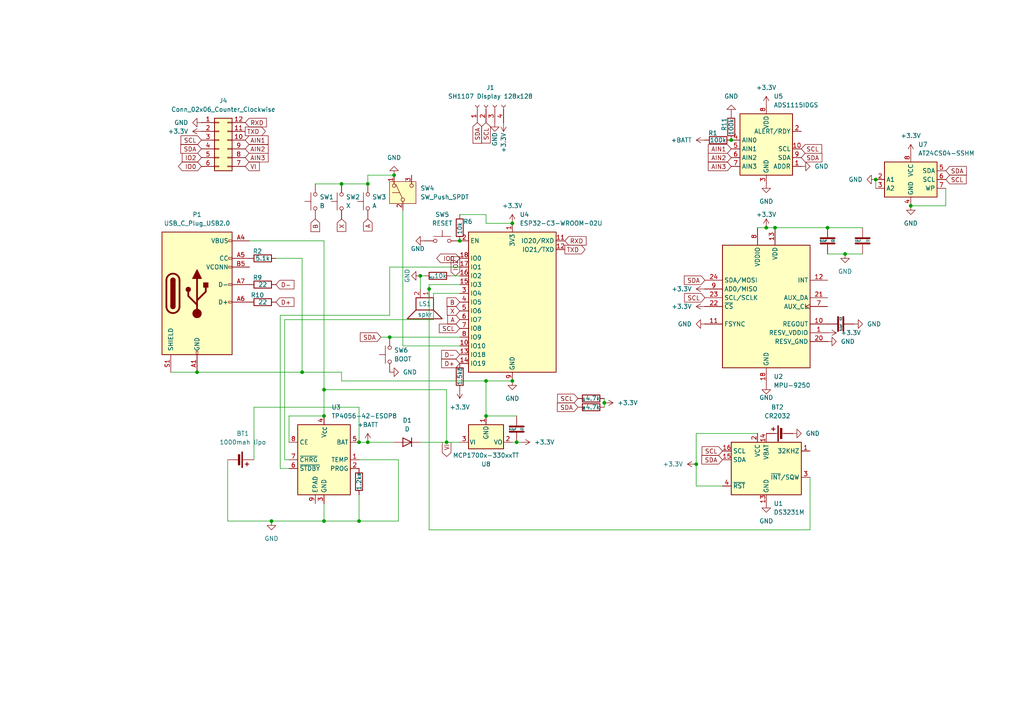
<source format=kicad_sch>
(kicad_sch (version 20250114) (generator "eeschema") (generator_version "9.0")
  (paper "A4")
  (title_block (title "cheetoPet") (rev "0.2") (company "cheeto industries") (comment 1 "an esp32 c3 based feature rich tamagotchi"))
  (lib_symbols
    (symbol "Analog_ADC:ADS1115IDGS"
      (property "Reference" "U" (at 2.54 13.97 0))
      (property "Value" "ADS1115IDGS" (at 7.62 11.43 0))
      (symbol "ADS1115IDGS_0_1"
        (rectangle (start -7.62 10.16) (end 7.62 -7.62) (stroke (width 0.254)) (fill (type background)))
      )
      (symbol "ADS1115IDGS_1_1"
        (pin input line (at -10.16 2.54 0) (length 2.54) (name "AIN0") (number "4"))
        (pin input line (at -10.16 0 0) (length 2.54) (name "AIN1") (number "5"))
        (pin input line (at -10.16 -2.54 0) (length 2.54) (name "AIN2") (number "6"))
        (pin input line (at -10.16 -5.08 0) (length 2.54) (name "AIN3") (number "7"))
        (pin power_in line (at 0 12.7 270) (length 2.54) (name "VDD") (number "8"))
        (pin power_in line (at 0 -10.16 90) (length 2.54) (name "GND") (number "3"))
        (pin output line (at 10.16 5.08 180) (length 2.54) (name "ALERT/RDY") (number "2"))
        (pin input line (at 10.16 0 180) (length 2.54) (name "SCL") (number "10"))
        (pin bidirectional line (at 10.16 -2.54 180) (length 2.54) (name "SDA") (number "9"))
        (pin input line (at 10.16 -5.08 180) (length 2.54) (name "ADDR") (number "1"))
      )
    )
    (symbol "Battery_Management:TP4056-42-ESOP8"
      (property "Reference" "U" (at -6.604 11.684 0))
      (property "Value" "TP4056-42-ESOP8" (at 10.16 11.684 0))
      (symbol "TP4056-42-ESOP8_1_0"
        (pin input line (at -10.16 5.08 0) (length 2.54) (name "CE") (number "8"))
        (pin open_collector line (at -10.16 0 0) (length 2.54) (name "~{CHRG}") (number "7"))
        (pin open_collector line (at -10.16 -2.54 0) (length 2.54) (name "~{STDBY}") (number "6"))
        (pin passive line (at -2.54 -12.7 90) (length 2.54) (name "EPAD") (number "9"))
        (pin power_in line (at 0 12.7 270) (length 2.54) (name "V_{CC}") (number "4"))
        (pin power_in line (at 0 -12.7 90) (length 2.54) (name "GND") (number "3"))
        (pin power_out line (at 10.16 5.08 180) (length 2.54) (name "BAT") (number "5"))
        (pin input line (at 10.16 0 180) (length 2.54) (name "TEMP") (number "1"))
        (pin passive line (at 10.16 -2.54 180) (length 2.54) (name "PROG") (number "2"))
      )
      (symbol "TP4056-42-ESOP8_1_1"
        (rectangle (start -7.62 10.16) (end 7.62 -10.16) (stroke (width 0.254)) (fill (type background)))
      )
    )
    (symbol "Connector:Conn_01x04_Socket" (pin_names (offset 1.016) (hide yes))
      (property "Reference" "J" (at 0 5.08 0))
      (property "Value" "Conn_01x04_Socket" (at 0 -7.62 0))
      (symbol "Conn_01x04_Socket_1_1"
        (polyline (pts (xy -1.27 2.54) (xy -0.508 2.54)) (stroke (width 0.1524)))
        (polyline (pts (xy -1.27 0) (xy -0.508 0)) (stroke (width 0.1524)))
        (polyline (pts (xy -1.27 -2.54) (xy -0.508 -2.54)) (stroke (width 0.1524)))
        (polyline (pts (xy -1.27 -5.08) (xy -0.508 -5.08)) (stroke (width 0.1524)))
        (arc (start 0 2.032) (mid -0.5058 2.54) (end 0 3.048) (stroke (width 0.1524)))
        (arc (start 0 -0.508) (mid -0.5058 0) (end 0 0.508) (stroke (width 0.1524)))
        (arc (start 0 -3.048) (mid -0.5058 -2.54) (end 0 -2.032) (stroke (width 0.1524)))
        (arc (start 0 -5.588) (mid -0.5058 -5.08) (end 0 -4.572) (stroke (width 0.1524)))
        (pin passive line (at -5.08 2.54 0) (length 3.81) (name "Pin_1") (number "1"))
        (pin passive line (at -5.08 0 0) (length 3.81) (name "Pin_2") (number "2"))
        (pin passive line (at -5.08 -2.54 0) (length 3.81) (name "Pin_3") (number "3"))
        (pin passive line (at -5.08 -5.08 0) (length 3.81) (name "Pin_4") (number "4"))
      )
    )
    (symbol "Connector:USB_C_Plug_USB2.0" (pin_names (offset 1.016))
      (property "Reference" "P" (at -10.16 19.05 0))
      (property "Value" "USB_C_Plug_USB2.0" (at 12.7 19.05 0))
      (symbol "USB_C_Plug_USB2.0_0_0"
        (rectangle (start -0.254 -17.78) (end 0.254 -16.764))
        (rectangle (start 10.16 15.494) (end 9.144 14.986))
        (rectangle (start 10.16 10.414) (end 9.144 9.906))
        (rectangle (start 10.16 7.874) (end 9.144 7.366))
        (rectangle (start 10.16 2.794) (end 9.144 2.286))
        (rectangle (start 10.16 -2.286) (end 9.144 -2.794))
      )
      (symbol "USB_C_Plug_USB2.0_0_1"
        (rectangle (start -10.16 17.78) (end 10.16 -17.78) (stroke (width 0.254)) (fill (type background)))
        (polyline (pts (xy -8.89 -3.81) (xy -8.89 3.81)) (stroke (width 0.508)))
        (rectangle (start -7.62 -3.81) (end -6.35 3.81) (stroke (width 0.254)) (fill (type outline)))
        (arc (start -7.62 3.81) (mid -6.985 4.4423) (end -6.35 3.81) (stroke (width 0.254)))
        (arc (start -7.62 3.81) (mid -6.985 4.4423) (end -6.35 3.81) (stroke (width 0.254)) (fill (type outline)))
        (arc (start -8.89 3.81) (mid -6.985 5.7067) (end -5.08 3.81) (stroke (width 0.508)))
        (arc (start -5.08 -3.81) (mid -6.985 -5.7067) (end -8.89 -3.81) (stroke (width 0.508)))
        (arc (start -6.35 -3.81) (mid -6.985 -4.4423) (end -7.62 -3.81) (stroke (width 0.254)))
        (arc (start -6.35 -3.81) (mid -6.985 -4.4423) (end -7.62 -3.81) (stroke (width 0.254)) (fill (type outline)))
        (polyline (pts (xy -5.08 3.81) (xy -5.08 -3.81)) (stroke (width 0.508)))
        (circle (center -2.54 1.143) (radius 0.635) (stroke (width 0.254)) (fill (type outline)))
        (polyline (pts (xy -1.27 4.318) (xy 0 6.858) (xy 1.27 4.318) (xy -1.27 4.318)) (stroke (width 0.254)) (fill (type outline)))
        (polyline (pts (xy 0 -2.032) (xy 2.54 0.508) (xy 2.54 1.778)) (stroke (width 0.508)))
        (polyline (pts (xy 0 -3.302) (xy -2.54 -0.762) (xy -2.54 0.508)) (stroke (width 0.508)))
        (polyline (pts (xy 0 -5.842) (xy 0 4.318)) (stroke (width 0.508)))
        (circle (center 0 -5.842) (radius 1.27) (fill (type outline)))
        (rectangle (start 1.905 1.778) (end 3.175 3.048) (stroke (width 0.254)) (fill (type outline)))
      )
      (symbol "USB_C_Plug_USB2.0_1_1"
        (pin passive line (at -7.62 -22.86 90) (length 5.08) (name "SHIELD") (number "S1"))
        (pin passive line (at 0 -22.86 90) (length 5.08) (name "GND") (number "A1"))
        (pin passive line (at 0 -22.86 90) (length 5.08) (hide yes) (name "GND") (number "A12"))
        (pin passive line (at 0 -22.86 90) (length 5.08) (hide yes) (name "GND") (number "B1"))
        (pin passive line (at 0 -22.86 90) (length 5.08) (hide yes) (name "GND") (number "B12"))
        (pin passive line (at 15.24 15.24 180) (length 5.08) (name "VBUS") (number "A4"))
        (pin passive line (at 15.24 15.24 180) (length 5.08) (hide yes) (name "VBUS") (number "A9"))
        (pin passive line (at 15.24 15.24 180) (length 5.08) (hide yes) (name "VBUS") (number "B4"))
        (pin passive line (at 15.24 15.24 180) (length 5.08) (hide yes) (name "VBUS") (number "B9"))
        (pin bidirectional line (at 15.24 10.16 180) (length 5.08) (name "CC") (number "A5"))
        (pin bidirectional line (at 15.24 7.62 180) (length 5.08) (name "VCONN") (number "B5"))
        (pin bidirectional line (at 15.24 2.54 180) (length 5.08) (name "D-") (number "A7"))
        (pin bidirectional line (at 15.24 -2.54 180) (length 5.08) (name "D+") (number "A6"))
      )
    )
    (symbol "Connector_Generic:Conn_02x06_Counter_Clockwise" (pin_names (offset 1.016) (hide yes))
      (property "Reference" "J" (at 1.27 7.62 0))
      (property "Value" "Conn_02x06_Counter_Clockwise" (at 1.27 -10.16 0))
      (symbol "Conn_02x06_Counter_Clockwise_1_1"
        (rectangle (start -1.27 6.35) (end 3.81 -8.89) (stroke (width 0.254)) (fill (type background)))
        (rectangle (start -1.27 5.207) (end 0 4.953) (stroke (width 0.1524)))
        (rectangle (start -1.27 2.667) (end 0 2.413) (stroke (width 0.1524)))
        (rectangle (start -1.27 0.127) (end 0 -0.127) (stroke (width 0.1524)))
        (rectangle (start -1.27 -2.413) (end 0 -2.667) (stroke (width 0.1524)))
        (rectangle (start -1.27 -4.953) (end 0 -5.207) (stroke (width 0.1524)))
        (rectangle (start -1.27 -7.493) (end 0 -7.747) (stroke (width 0.1524)))
        (rectangle (start 3.81 5.207) (end 2.54 4.953) (stroke (width 0.1524)))
        (rectangle (start 3.81 2.667) (end 2.54 2.413) (stroke (width 0.1524)))
        (rectangle (start 3.81 0.127) (end 2.54 -0.127) (stroke (width 0.1524)))
        (rectangle (start 3.81 -2.413) (end 2.54 -2.667) (stroke (width 0.1524)))
        (rectangle (start 3.81 -4.953) (end 2.54 -5.207) (stroke (width 0.1524)))
        (rectangle (start 3.81 -7.493) (end 2.54 -7.747) (stroke (width 0.1524)))
        (pin passive line (at -5.08 5.08 0) (length 3.81) (name "Pin_1") (number "1"))
        (pin passive line (at -5.08 2.54 0) (length 3.81) (name "Pin_2") (number "2"))
        (pin passive line (at -5.08 0 0) (length 3.81) (name "Pin_3") (number "3"))
        (pin passive line (at -5.08 -2.54 0) (length 3.81) (name "Pin_4") (number "4"))
        (pin passive line (at -5.08 -5.08 0) (length 3.81) (name "Pin_5") (number "5"))
        (pin passive line (at -5.08 -7.62 0) (length 3.81) (name "Pin_6") (number "6"))
        (pin passive line (at 7.62 5.08 180) (length 3.81) (name "Pin_12") (number "12"))
        (pin passive line (at 7.62 2.54 180) (length 3.81) (name "Pin_11") (number "11"))
        (pin passive line (at 7.62 0 180) (length 3.81) (name "Pin_10") (number "10"))
        (pin passive line (at 7.62 -2.54 180) (length 3.81) (name "Pin_9") (number "9"))
        (pin passive line (at 7.62 -5.08 180) (length 3.81) (name "Pin_8") (number "8"))
        (pin passive line (at 7.62 -7.62 180) (length 3.81) (name "Pin_7") (number "7"))
      )
    )
    (symbol "Device:Battery_Cell" (pin_numbers (hide yes)) (pin_names (offset 0) (hide yes))
      (property "Reference" "BT" (at 2.54 2.54 0))
      (property "Value" "Battery_Cell" (at 2.54 0 0))
      (symbol "Battery_Cell_0_1"
        (rectangle (start -2.286 1.778) (end 2.286 1.524) (fill (type outline)))
        (rectangle (start -1.524 1.016) (end 1.524 0.508) (fill (type outline)))
        (polyline (pts (xy 0 1.778) (xy 0 2.54)))
        (polyline (pts (xy 0 0.762) (xy 0 0)))
        (polyline (pts (xy 0.762 3.048) (xy 1.778 3.048)) (stroke (width 0.254)))
        (polyline (pts (xy 1.27 3.556) (xy 1.27 2.54)) (stroke (width 0.254)))
      )
      (symbol "Battery_Cell_1_1"
        (pin passive line (at 0 5.08 270) (length 2.54) (name "+") (number "1"))
        (pin passive line (at 0 -2.54 90) (length 2.54) (name "-") (number "2"))
      )
    )
    (symbol "Device:C" (pin_numbers (hide yes)) (pin_names (offset 0.254))
      (property "Reference" "C" (at 0.635 2.54 0))
      (property "Value" "C" (at 0.635 -2.54 0))
      (symbol "C_0_1"
        (polyline (pts (xy -2.032 0.762) (xy 2.032 0.762)) (stroke (width 0.508)))
        (polyline (pts (xy -2.032 -0.762) (xy 2.032 -0.762)) (stroke (width 0.508)))
      )
      (symbol "C_1_1"
        (pin passive line (at 0 3.81 270) (length 2.794) (name "~") (number "1"))
        (pin passive line (at 0 -3.81 90) (length 2.794) (name "~") (number "2"))
      )
    )
    (symbol "Device:D" (pin_numbers (hide yes)) (pin_names (offset 1.016) (hide yes))
      (property "Reference" "D" (at 0 2.54 0))
      (property "Value" "D" (at 0 -2.54 0))
      (symbol "D_0_1"
        (polyline (pts (xy -1.27 1.27) (xy -1.27 -1.27)) (stroke (width 0.254)))
        (polyline (pts (xy 1.27 1.27) (xy 1.27 -1.27) (xy -1.27 0) (xy 1.27 1.27)) (stroke (width 0.254)))
        (polyline (pts (xy 1.27 0) (xy -1.27 0)))
      )
      (symbol "D_1_1"
        (pin passive line (at -3.81 0 0) (length 2.54) (name "K") (number "1"))
        (pin passive line (at 3.81 0 180) (length 2.54) (name "A") (number "2"))
      )
    )
    (symbol "Device:R" (pin_numbers (hide yes)) (pin_names (offset 0))
      (property "Reference" "R" (at 2.032 0 90))
      (property "Value" "R" (at 0 0 90))
      (symbol "R_0_1"
        (rectangle (start -1.016 -2.54) (end 1.016 2.54) (stroke (width 0.254)))
      )
      (symbol "R_1_1"
        (pin passive line (at 0 3.81 270) (length 1.27) (name "~") (number "1"))
        (pin passive line (at 0 -3.81 90) (length 1.27) (name "~") (number "2"))
      )
    )
    (symbol "Device:Speaker" (pin_names (offset 0) (hide yes))
      (property "Reference" "LS" (at 1.27 5.715 0))
      (property "Value" "Speaker" (at 1.27 3.81 0))
      (symbol "Speaker_0_0"
        (rectangle (start -2.54 1.27) (end 1.016 -3.81) (stroke (width 0.254)))
        (polyline (pts (xy 1.016 1.27) (xy 3.556 3.81) (xy 3.556 -6.35) (xy 1.016 -3.81)) (stroke (width 0.254)))
      )
      (symbol "Speaker_1_1"
        (pin input line (at -5.08 0 0) (length 2.54) (name "1") (number "1"))
        (pin input line (at -5.08 -2.54 0) (length 2.54) (name "2") (number "2"))
      )
    )
    (symbol "Memory_EEPROM:AT24CS04-SSHM"
      (property "Reference" "U" (at -7.62 6.35 0))
      (property "Value" "AT24CS04-SSHM" (at 2.54 -6.35 0))
      (symbol "AT24CS04-SSHM_1_1"
        (rectangle (start -7.62 5.08) (end 7.62 -5.08) (stroke (width 0.254)) (fill (type background)))
        (pin input line (at -10.16 0 0) (length 2.54) (name "A1") (number "2"))
        (pin input line (at -10.16 -2.54 0) (length 2.54) (name "A2") (number "3"))
        (pin no_connect line (at -7.62 2.54 0) (length 2.54) (hide yes) (name "NC") (number "1"))
        (pin power_in line (at 0 7.62 270) (length 2.54) (name "VCC") (number "8"))
        (pin power_in line (at 0 -7.62 90) (length 2.54) (name "GND") (number "4"))
        (pin bidirectional line (at 10.16 2.54 180) (length 2.54) (name "SDA") (number "5"))
        (pin input line (at 10.16 0 180) (length 2.54) (name "SCL") (number "6"))
        (pin input line (at 10.16 -2.54 180) (length 2.54) (name "WP") (number "7"))
      )
    )
    (symbol "RF_Module:ESP32-C3-WROOM-02U"
      (property "Reference" "U" (at -12.192 21.336 0))
      (property "Value" "ESP32-C3-WROOM-02U" (at 12.7 21.336 0))
      (symbol "ESP32-C3-WROOM-02U_1_1"
        (rectangle (start -12.7 20.32) (end 12.7 -20.32) (stroke (width 0.254)) (fill (type background)))
        (pin input line (at -15.24 17.78 0) (length 2.54) (name "EN") (number "2"))
        (pin bidirectional line (at -15.24 12.7 0) (length 2.54) (name "IO0") (number "18"))
        (pin bidirectional line (at -15.24 10.16 0) (length 2.54) (name "IO1") (number "17"))
        (pin bidirectional line (at -15.24 7.62 0) (length 2.54) (name "IO2") (number "16"))
        (pin bidirectional line (at -15.24 5.08 0) (length 2.54) (name "IO3") (number "15"))
        (pin bidirectional line (at -15.24 2.54 0) (length 2.54) (name "IO4") (number "3"))
        (pin bidirectional line (at -15.24 0 0) (length 2.54) (name "IO5") (number "4"))
        (pin bidirectional line (at -15.24 -2.54 0) (length 2.54) (name "IO6") (number "5"))
        (pin bidirectional line (at -15.24 -5.08 0) (length 2.54) (name "IO7") (number "6"))
        (pin bidirectional line (at -15.24 -7.62 0) (length 2.54) (name "IO8") (number "7"))
        (pin bidirectional line (at -15.24 -10.16 0) (length 2.54) (name "IO9") (number "8"))
        (pin bidirectional line (at -15.24 -12.7 0) (length 2.54) (name "IO10") (number "10"))
        (pin bidirectional line (at -15.24 -15.24 0) (length 2.54) (name "IO18") (number "13"))
        (pin bidirectional line (at -15.24 -17.78 0) (length 2.54) (name "IO19") (number "14"))
        (pin power_in line (at 0 22.86 270) (length 2.54) (name "3V3") (number "1"))
        (pin passive line (at 0 -22.86 90) (length 2.54) (hide yes) (name "GND") (number "19"))
        (pin power_in line (at 0 -22.86 90) (length 2.54) (name "GND") (number "9"))
        (pin bidirectional line (at 15.24 17.78 180) (length 2.54) (name "IO20/RXD") (number "11"))
        (pin bidirectional line (at 15.24 15.24 180) (length 2.54) (name "IO21/TXD") (number "12"))
      )
    )
    (symbol "Regulator_Linear:MCP1700x-330xxTT" (pin_names (offset 0.254))
      (property "Reference" "U" (at -3.81 3.175 0))
      (property "Value" "MCP1700x-330xxTT" (at 0 3.175 0))
      (symbol "MCP1700x-330xxTT_0_1"
        (rectangle (start -5.08 1.905) (end 5.08 -5.08) (stroke (width 0.254)) (fill (type background)))
      )
      (symbol "MCP1700x-330xxTT_1_1"
        (pin power_in line (at -7.62 0 0) (length 2.54) (name "VI") (number "3"))
        (pin power_in line (at 0 -7.62 90) (length 2.54) (name "GND") (number "1"))
        (pin power_out line (at 7.62 0 180) (length 2.54) (name "VO") (number "2"))
      )
    )
    (symbol "Sensor_Motion:MPU-9250"
      (property "Reference" "U" (at -11.43 19.05 0))
      (property "Value" "MPU-9250" (at 7.62 -19.05 0))
      (symbol "MPU-9250_0_1"
        (rectangle (start -12.7 17.78) (end 12.7 -17.78) (stroke (width 0.254)) (fill (type background)))
      )
      (symbol "MPU-9250_1_1"
        (pin bidirectional line (at -17.78 7.62 0) (length 5.08) (name "SDA/MOSI") (number "24"))
        (pin bidirectional line (at -17.78 5.08 0) (length 5.08) (name "AD0/MISO") (number "9"))
        (pin input line (at -17.78 2.54 0) (length 5.08) (name "SCL/SCLK") (number "23"))
        (pin input line (at -17.78 0 0) (length 5.08) (name "~{CS}") (number "22"))
        (pin input line (at -17.78 -5.08 0) (length 5.08) (name "FSYNC") (number "11"))
        (pin power_in line (at -2.54 22.86 270) (length 5.08) (name "VDDIO") (number "8"))
        (pin power_in line (at 0 -22.86 90) (length 5.08) (name "GND") (number "18"))
        (pin power_in line (at 2.54 22.86 270) (length 5.08) (name "VDD") (number "13"))
        (pin output line (at 17.78 7.62 180) (length 5.08) (name "INT") (number "12"))
        (pin bidirectional line (at 17.78 2.54 180) (length 5.08) (name "AUX_DA") (number "21"))
        (pin output clock (at 17.78 0 180) (length 5.08) (name "AUX_CL") (number "7"))
        (pin passive line (at 17.78 -5.08 180) (length 5.08) (name "REGOUT") (number "10"))
        (pin input line (at 17.78 -7.62 180) (length 5.08) (name "RESV_VDDIO") (number "1"))
        (pin power_in line (at 17.78 -10.16 180) (length 5.08) (name "RESV_GND") (number "20"))
      )
    )
    (symbol "Switch:SW_Push" (pin_numbers (hide yes)) (pin_names (offset 1.016) (hide yes))
      (property "Reference" "SW" (at 1.27 2.54 0))
      (property "Value" "SW_Push" (at 0 -1.524 0))
      (symbol "SW_Push_0_1"
        (circle (center -2.032 0) (radius 0.508))
        (polyline (pts (xy 0 1.27) (xy 0 3.048)))
        (circle (center 2.032 0) (radius 0.508))
        (polyline (pts (xy 2.54 1.27) (xy -2.54 1.27)))
        (pin passive line (at -5.08 0 0) (length 2.54) (name "1") (number "1"))
        (pin passive line (at 5.08 0 180) (length 2.54) (name "2") (number "2"))
      )
    )
    (symbol "Switch:SW_Push_SPDT" (pin_names (offset 0) (hide yes))
      (property "Reference" "SW" (at 0 5.08 0))
      (property "Value" "SW_Push_SPDT" (at 0 -5.08 0))
      (symbol "SW_Push_SPDT_0_0"
        (circle (center -2.032 0) (radius 0.508))
        (polyline (pts (xy 0 1.016) (xy 0 3.048)))
        (circle (center 2.032 -2.54) (radius 0.508))
      )
      (symbol "SW_Push_SPDT_0_1"
        (polyline (pts (xy -1.524 0.2032) (xy 2.3368 1.9812)))
        (circle (center 2.032 2.54) (radius 0.508))
      )
      (symbol "SW_Push_SPDT_1_1"
        (rectangle (start -3.175 3.81) (end 3.175 -3.81) (fill (type background)))
        (pin passive line (at -5.08 0 0) (length 2.54) (name "B") (number "2"))
        (pin passive line (at 5.08 2.54 180) (length 2.54) (name "A") (number "1"))
        (pin passive line (at 5.08 -2.54 180) (length 2.54) (name "C") (number "3"))
      )
    )
    (symbol "Timer_RTC:DS3231M"
      (property "Reference" "U" (at -7.62 8.89 0))
      (property "Value" "DS3231M" (at 10.16 8.89 0))
      (symbol "DS3231M_0_1"
        (rectangle (start -10.16 7.62) (end 10.16 -7.62) (stroke (width 0.254)) (fill (type background)))
      )
      (symbol "DS3231M_1_1"
        (pin input line (at -12.7 5.08 0) (length 2.54) (name "SCL") (number "16"))
        (pin bidirectional line (at -12.7 2.54 0) (length 2.54) (name "SDA") (number "15"))
        (pin bidirectional line (at -12.7 -5.08 0) (length 2.54) (name "~{RST}") (number "4"))
        (pin power_in line (at -2.54 10.16 270) (length 2.54) (name "VCC") (number "2"))
        (pin power_in line (at 0 10.16 270) (length 2.54) (name "VBAT") (number "14"))
        (pin passive line (at 0 -10.16 90) (length 2.54) (hide yes) (name "GND") (number "10"))
        (pin passive line (at 0 -10.16 90) (length 2.54) (hide yes) (name "GND") (number "11"))
        (pin passive line (at 0 -10.16 90) (length 2.54) (hide yes) (name "GND") (number "12"))
        (pin power_in line (at 0 -10.16 90) (length 2.54) (name "GND") (number "13"))
        (pin passive line (at 0 -10.16 90) (length 2.54) (hide yes) (name "GND") (number "5"))
        (pin passive line (at 0 -10.16 90) (length 2.54) (hide yes) (name "GND") (number "6"))
        (pin passive line (at 0 -10.16 90) (length 2.54) (hide yes) (name "GND") (number "7"))
        (pin passive line (at 0 -10.16 90) (length 2.54) (hide yes) (name "GND") (number "8"))
        (pin passive line (at 0 -10.16 90) (length 2.54) (hide yes) (name "GND") (number "9"))
        (pin open_collector line (at 12.7 5.08 180) (length 2.54) (name "32KHZ") (number "1"))
        (pin open_collector line (at 12.7 -2.54 180) (length 2.54) (name "~{INT}/SQW") (number "3"))
      )
    )
    (symbol "power:+3.3V" (power) (pin_numbers (hide yes)) (pin_names (offset 0) (hide yes))
      (property "Value" "+3.3V" (at 0 3.556 0))
      (symbol "+3.3V_0_1"
        (polyline (pts (xy -0.762 1.27) (xy 0 2.54)))
        (polyline (pts (xy 0 2.54) (xy 0.762 1.27)))
        (polyline (pts (xy 0 0) (xy 0 2.54)))
      )
      (symbol "+3.3V_1_1"
        (pin power_in line (at 0 0 90) (length 0) (name "~") (number "1"))
      )
    )
    (symbol "power:+BATT" (power) (pin_numbers (hide yes)) (pin_names (offset 0) (hide yes))
      (property "Value" "+BATT" (at 0 3.556 0))
      (symbol "+BATT_0_1"
        (polyline (pts (xy -0.762 1.27) (xy 0 2.54)))
        (polyline (pts (xy 0 2.54) (xy 0.762 1.27)))
        (polyline (pts (xy 0 0) (xy 0 2.54)))
      )
      (symbol "+BATT_1_1"
        (pin power_in line (at 0 0 90) (length 0) (name "~") (number "1"))
      )
    )
    (symbol "power:GND" (power) (pin_numbers (hide yes)) (pin_names (offset 0) (hide yes))
      (property "Value" "GND" (at 0 -3.81 0))
      (symbol "GND_0_1"
        (polyline (pts (xy 0 0) (xy 0 -1.27) (xy 1.27 -1.27) (xy 0 -2.54) (xy -1.27 -1.27) (xy 0 -1.27)))
      )
      (symbol "GND_1_1"
        (pin power_in line (at 0 0 270) (length 0) (name "~") (number "1"))
      )
    )
  )
  (junction (at 201.93 134.62))
  (junction (at 87.63 107.95))
  (junction (at 106.68 53.34))
  (junction (at 57.15 107.95))
  (junction (at 224.79 66.04))
  (junction (at 78.74 151.13))
  (junction (at 104.14 128.27))
  (junction (at 240.03 66.04))
  (junction (at 106.68 128.27))
  (junction (at 140.97 120.65))
  (junction (at 114.3 50.8))
  (junction (at 133.35 69.85))
  (junction (at 121.92 80.01))
  (junction (at 245.11 73.66))
  (junction (at 93.98 120.65))
  (junction (at 222.25 66.04))
  (junction (at 149.86 128.27))
  (junction (at 129.54 128.27))
  (junction (at 254 52.07))
  (junction (at 175.26 116.84))
  (junction (at 99.06 53.34))
  (junction (at 140.97 110.49))
  (junction (at 264.16 59.69))
  (junction (at 148.59 64.77))
  (junction (at 93.98 113.03))
  (junction (at 148.59 110.49))
  (junction (at 104.14 151.13))
  (junction (at 113.03 97.79))
  (junction (at 93.98 151.13))
  (junction (at 124.46 83.82))
  (junction (at 212.09 40.64))
  (wire (pts (xy 149.86 128.27) (xy 148.59 128.27)))
  (wire (pts (xy 83.82 133.35) (xy 82.55 133.35)))
  (wire (pts (xy 104.14 143.51) (xy 104.14 151.13)))
  (wire (pts (xy 99.06 53.34) (xy 106.68 53.34)))
  (wire (pts (xy 116.84 100.33) (xy 133.35 100.33)))
  (wire (pts (xy 121.92 80.01) (xy 123.19 80.01)))
  (wire (pts (xy 99.06 110.49) (xy 140.97 110.49)))
  (wire (pts (xy 151.13 128.27) (xy 149.86 128.27)))
  (wire (pts (xy 124.46 82.55) (xy 133.35 82.55)))
  (wire (pts (xy 124.46 83.82) (xy 124.46 82.55)))
  (wire (pts (xy 81.28 135.89) (xy 83.82 135.89)))
  (wire (pts (xy 81.28 91.44) (xy 113.03 91.44)))
  (wire (pts (xy 113.03 91.44) (xy 113.03 77.47)))
  (wire (pts (xy 254 52.07) (xy 254 54.61)))
  (wire (pts (xy 140.97 110.49) (xy 140.97 120.65)))
  (wire (pts (xy 113.03 77.47) (xy 133.35 77.47)))
  (wire (pts (xy 240.03 66.04) (xy 250.19 66.04)))
  (wire (pts (xy 234.95 153.67) (xy 124.46 153.67)))
  (wire (pts (xy 73.66 118.11) (xy 104.14 118.11)))
  (wire (pts (xy 49.53 107.95) (xy 57.15 107.95)))
  (wire (pts (xy 110.49 97.79) (xy 113.03 97.79)))
  (wire (pts (xy 201.93 140.97) (xy 201.93 134.62)))
  (wire (pts (xy 87.63 74.93) (xy 87.63 107.95)))
  (wire (pts (xy 87.63 107.95) (xy 99.06 107.95)))
  (wire (pts (xy 82.55 92.71) (xy 125.73 92.71)))
  (wire (pts (xy 245.11 73.66) (xy 250.19 73.66)))
  (wire (pts (xy 93.98 151.13) (xy 93.98 146.05)))
  (wire (pts (xy 104.14 133.35) (xy 115.57 133.35)))
  (wire (pts (xy 140.97 62.23) (xy 140.97 64.77)))
  (wire (pts (xy 219.71 66.04) (xy 222.25 66.04)))
  (wire (pts (xy 240.03 73.66) (xy 245.11 73.66)))
  (wire (pts (xy 73.66 133.35) (xy 73.66 118.11)))
  (wire (pts (xy 222.25 66.04) (xy 224.79 66.04)))
  (wire (pts (xy 78.74 151.13) (xy 93.98 151.13)))
  (wire (pts (xy 121.92 128.27) (xy 129.54 128.27)))
  (wire (pts (xy 106.68 128.27) (xy 114.3 128.27)))
  (wire (pts (xy 104.14 151.13) (xy 93.98 151.13)))
  (wire (pts (xy 133.35 85.09) (xy 125.73 85.09)))
  (wire (pts (xy 129.54 113.03) (xy 129.54 128.27)))
  (wire (pts (xy 121.92 80.01) (xy 121.92 83.82)))
  (wire (pts (xy 133.35 62.23) (xy 140.97 62.23)))
  (wire (pts (xy 93.98 113.03) (xy 93.98 120.65)))
  (wire (pts (xy 175.26 116.84) (xy 175.26 118.11)))
  (wire (pts (xy 234.95 138.43) (xy 234.95 153.67)))
  (wire (pts (xy 129.54 128.27) (xy 133.35 128.27)))
  (wire (pts (xy 106.68 50.8) (xy 114.3 50.8)))
  (wire (pts (xy 140.97 110.49) (xy 148.59 110.49)))
  (wire (pts (xy 80.01 74.93) (xy 87.63 74.93)))
  (wire (pts (xy 83.82 128.27) (xy 83.82 120.65)))
  (wire (pts (xy 115.57 151.13) (xy 104.14 151.13)))
  (wire (pts (xy 106.68 53.34) (xy 106.68 50.8)))
  (wire (pts (xy 93.98 69.85) (xy 93.98 113.03)))
  (wire (pts (xy 116.84 60.96) (xy 116.84 100.33)))
  (wire (pts (xy 83.82 120.65) (xy 93.98 120.65)))
  (wire (pts (xy 125.73 85.09) (xy 125.73 92.71)))
  (wire (pts (xy 209.55 140.97) (xy 201.93 140.97)))
  (wire (pts (xy 57.15 107.95) (xy 87.63 107.95)))
  (wire (pts (xy 274.32 54.61) (xy 274.32 59.69)))
  (wire (pts (xy 104.14 128.27) (xy 106.68 128.27)))
  (wire (pts (xy 224.79 66.04) (xy 240.03 66.04)))
  (wire (pts (xy 93.98 69.85) (xy 72.39 69.85)))
  (wire (pts (xy 99.06 107.95) (xy 99.06 110.49)))
  (wire (pts (xy 82.55 133.35) (xy 82.55 92.71)))
  (wire (pts (xy 274.32 59.69) (xy 264.16 59.69)))
  (wire (pts (xy 140.97 64.77) (xy 148.59 64.77)))
  (wire (pts (xy 93.98 113.03) (xy 129.54 113.03)))
  (wire (pts (xy 66.04 133.35) (xy 66.04 151.13)))
  (wire (pts (xy 124.46 153.67) (xy 124.46 83.82)))
  (wire (pts (xy 175.26 115.57) (xy 175.26 116.84)))
  (wire (pts (xy 140.97 120.65) (xy 149.86 120.65)))
  (wire (pts (xy 66.04 151.13) (xy 78.74 151.13)))
  (wire (pts (xy 115.57 133.35) (xy 115.57 151.13)))
  (wire (pts (xy 91.44 53.34) (xy 99.06 53.34)))
  (wire (pts (xy 201.93 134.62) (xy 201.93 125.73)))
  (wire (pts (xy 104.14 118.11) (xy 104.14 128.27)))
  (wire (pts (xy 130.81 80.01) (xy 133.35 80.01)))
  (wire (pts (xy 201.93 125.73) (xy 219.71 125.73)))
  (wire (pts (xy 81.28 135.89) (xy 81.28 91.44)))
  (wire (pts (xy 113.03 97.79) (xy 133.35 97.79)))
  (global_label "AIN3" (shape input) (at 212.09 48.26 180) (property "Intersheetrefs" "${INTERSHEET_REFS}" (effects (hide yes))))
  (global_label "A" (shape input) (at 106.68 63.5 270) (property "Intersheetrefs" "${INTERSHEET_REFS}" (effects (hide yes))))
  (global_label "SCL" (shape input) (at 204.47 86.36 180) (property "Intersheetrefs" "${INTERSHEET_REFS}" (effects (hide yes))))
  (global_label "AIN1" (shape input) (at 212.09 43.18 180) (property "Intersheetrefs" "${INTERSHEET_REFS}" (effects (hide yes))))
  (global_label "VI" (shape output) (at 129.54 128.27 270) (property "Intersheetrefs" "${INTERSHEET_REFS}" (effects (hide yes))))
  (global_label "SCL" (shape input) (at 274.32 52.07 0) (property "Intersheetrefs" "${INTERSHEET_REFS}" (effects (hide yes))))
  (global_label "IO2" (shape input) (at 58.42 45.72 180) (property "Intersheetrefs" "${INTERSHEET_REFS}" (effects (hide yes))))
  (global_label "SCL" (shape input) (at 232.41 43.18 0) (property "Intersheetrefs" "${INTERSHEET_REFS}" (effects (hide yes))))
  (global_label "SCL" (shape input) (at 209.55 130.81 180) (property "Intersheetrefs" "${INTERSHEET_REFS}" (effects (hide yes))))
  (global_label "TXD" (shape output) (at 163.83 72.39 0) (property "Intersheetrefs" "${INTERSHEET_REFS}" (effects (hide yes))))
  (global_label "AIN2" (shape input) (at 212.09 45.72 180) (property "Intersheetrefs" "${INTERSHEET_REFS}" (effects (hide yes))))
  (global_label "AIN2" (shape input) (at 71.12 43.18 0) (property "Intersheetrefs" "${INTERSHEET_REFS}" (effects (hide yes))))
  (global_label "SCL" (shape input) (at 140.97 35.56 270) (property "Intersheetrefs" "${INTERSHEET_REFS}" (effects (hide yes))))
  (global_label "VI" (shape input) (at 71.12 48.26 0) (property "Intersheetrefs" "${INTERSHEET_REFS}" (effects (hide yes))))
  (global_label "SDA" (shape input) (at 167.64 118.11 180) (property "Intersheetrefs" "${INTERSHEET_REFS}" (effects (hide yes))))
  (global_label "SCL" (shape input) (at 133.35 95.25 180) (property "Intersheetrefs" "${INTERSHEET_REFS}" (effects (hide yes))))
  (global_label "D-" (shape input) (at 133.35 102.87 180) (property "Intersheetrefs" "${INTERSHEET_REFS}" (effects (hide yes))))
  (global_label "TXD" (shape output) (at 71.12 38.1 0) (property "Intersheetrefs" "${INTERSHEET_REFS}" (effects (hide yes))))
  (global_label "AIN1" (shape input) (at 71.12 40.64 0) (property "Intersheetrefs" "${INTERSHEET_REFS}" (effects (hide yes))))
  (global_label "B" (shape input) (at 91.44 63.5 270) (property "Intersheetrefs" "${INTERSHEET_REFS}" (effects (hide yes))))
  (global_label "SCL" (shape input) (at 167.64 115.57 180) (property "Intersheetrefs" "${INTERSHEET_REFS}" (effects (hide yes))))
  (global_label "AIN3" (shape input) (at 71.12 45.72 0) (property "Intersheetrefs" "${INTERSHEET_REFS}" (effects (hide yes))))
  (global_label "D+" (shape input) (at 133.35 105.41 180) (property "Intersheetrefs" "${INTERSHEET_REFS}" (effects (hide yes))))
  (global_label "X" (shape input) (at 99.06 63.5 270) (property "Intersheetrefs" "${INTERSHEET_REFS}" (effects (hide yes))))
  (global_label "RXD" (shape input) (at 71.12 35.56 0) (property "Intersheetrefs" "${INTERSHEET_REFS}" (effects (hide yes))))
  (global_label "A" (shape input) (at 133.35 92.71 180) (property "Intersheetrefs" "${INTERSHEET_REFS}" (effects (hide yes))))
  (global_label "IO0" (shape bidirectional) (at 58.42 48.26 180) (property "Intersheetrefs" "${INTERSHEET_REFS}" (effects (hide yes))))
  (global_label "SDA" (shape input) (at 58.42 43.18 180) (property "Intersheetrefs" "${INTERSHEET_REFS}" (effects (hide yes))))
  (global_label "IO2" (shape input) (at 132.08 80.01 90) (property "Intersheetrefs" "${INTERSHEET_REFS}" (effects (hide yes))))
  (global_label "SDA" (shape input) (at 274.32 49.53 0) (property "Intersheetrefs" "${INTERSHEET_REFS}" (effects (hide yes))))
  (global_label "SDA" (shape input) (at 209.55 133.35 180) (property "Intersheetrefs" "${INTERSHEET_REFS}" (effects (hide yes))))
  (global_label "IO0" (shape bidirectional) (at 133.35 74.93 180) (property "Intersheetrefs" "${INTERSHEET_REFS}" (effects (hide yes))))
  (global_label "SDA" (shape input) (at 204.47 81.28 180) (property "Intersheetrefs" "${INTERSHEET_REFS}" (effects (hide yes))))
  (global_label "D-" (shape input) (at 80.01 82.55 0) (property "Intersheetrefs" "${INTERSHEET_REFS}" (effects (hide yes))))
  (global_label "SCL" (shape input) (at 58.42 40.64 180) (property "Intersheetrefs" "${INTERSHEET_REFS}" (effects (hide yes))))
  (global_label "SDA" (shape input) (at 110.49 97.79 180) (property "Intersheetrefs" "${INTERSHEET_REFS}" (effects (hide yes))))
  (global_label "SDA" (shape input) (at 138.43 35.56 270) (property "Intersheetrefs" "${INTERSHEET_REFS}" (effects (hide yes))))
  (global_label "RXD" (shape input) (at 163.83 69.85 0) (property "Intersheetrefs" "${INTERSHEET_REFS}" (effects (hide yes))))
  (global_label "B" (shape input) (at 133.35 87.63 180) (property "Intersheetrefs" "${INTERSHEET_REFS}" (effects (hide yes))))
  (global_label "SDA" (shape input) (at 232.41 45.72 0) (property "Intersheetrefs" "${INTERSHEET_REFS}" (effects (hide yes))))
  (global_label "X" (shape input) (at 133.35 90.17 180) (property "Intersheetrefs" "${INTERSHEET_REFS}" (effects (hide yes))))
  (global_label "D+" (shape input) (at 80.01 87.63 0) (property "Intersheetrefs" "${INTERSHEET_REFS}" (effects (hide yes))))
  (symbol (lib_id "power:GND") (at 114.3 50.8 180) (unit 1)
    (property "Reference" "#PWR012" (effects (hide yes)))
    (property "Value" "GND" (at 114.3 45.72 0))
    (property "Description" "Power symbol creates a global label with name \"GND\" , ground" (effects (hide yes)))
  )
  (symbol (lib_id "Switch:SW_Push") (at 91.44 58.42 90) (unit 1)
    (property "Reference" "SW1" (at 92.71 57.1499 90) (effects (justify right)))
    (property "Value" "B" (at 92.71 59.6899 90) (effects (justify right)))
    (property "Footprint" "Library:PushButton_SMD_3_4_2mm" (effects (hide yes)))
    (property "Description" "Push button switch, generic, two pins" (effects (hide yes)))
  )
  (symbol (lib_id "Device:R") (at 76.2 87.63 90) (unit 1)
    (property "Reference" "R10" (at 74.676 85.598 90))
    (property "Value" "22" (at 76.2 87.63 90))
    (property "Footprint" "Resistor_SMD:R_0805_2012Metric_Pad1.20x1.40mm_HandSolder" (effects (hide yes)))
    (property "Description" "Resistor" (effects (hide yes)))
  )
  (symbol (lib_id "power:GND") (at 222.25 53.34 0) (unit 1)
    (property "Reference" "#PWR017" (effects (hide yes)))
    (property "Value" "GND" (at 222.25 58.42 0))
    (property "Description" "Power symbol creates a global label with name \"GND\" , ground" (effects (hide yes)))
  )
  (symbol (lib_id "power:+3.3V") (at 151.13 128.27 270) (unit 1)
    (property "Reference" "#PWR021" (effects (hide yes)))
    (property "Value" "+3.3V" (at 154.94 128.2699 90) (effects (justify left)))
    (property "Description" "Power symbol creates a global label with name \"+3.3V\"" (effects (hide yes)))
  )
  (symbol (lib_id "Connector_Generic:Conn_02x06_Counter_Clockwise") (at 63.5 40.64 0) (unit 1)
    (property "Reference" "J4" (at 64.77 29.21 0))
    (property "Value" "Conn_02x06_Counter_Clockwise" (at 64.77 31.75 0))
    (property "Footprint" "Connector_PinHeader_1.00mm:PinHeader_2x06_P1.00mm_Vertical" (effects (hide yes)))
    (property "Description" "Generic connector, double row, 02x06, counter clockwise pin numbering scheme (similar to DIP package numbering), script generated (kicad-library-utils/schlib/autogen/connector/)" (effects (hide yes)))
  )
  (symbol (lib_id "power:+3.3V") (at 264.16 44.45 0) (unit 1)
    (property "Reference" "#PWR023" (effects (hide yes)))
    (property "Value" "+3.3V" (at 264.16 39.37 0))
    (property "Description" "Power symbol creates a global label with name \"+3.3V\"" (effects (hide yes)))
  )
  (symbol (lib_id "Switch:SW_Push") (at 113.03 102.87 90) (unit 1)
    (property "Reference" "SW6" (at 114.3 101.5999 90) (effects (justify right)))
    (property "Value" "BOOT" (at 114.3 104.1399 90) (effects (justify right)))
    (property "Footprint" "Library:PushButton_SMD_3_4_2mm" (effects (hide yes)))
    (property "Description" "Push button switch, generic, two pins" (effects (hide yes)))
  )
  (symbol (lib_id "power:GND") (at 245.11 73.66 0) (unit 1)
    (property "Reference" "#PWR035" (effects (hide yes)))
    (property "Value" "GND" (at 245.11 78.74 0))
    (property "Description" "Power symbol creates a global label with name \"GND\" , ground" (effects (hide yes)))
  )
  (symbol (lib_id "power:GND") (at 204.47 93.98 270) (unit 1)
    (property "Reference" "#PWR07" (effects (hide yes)))
    (property "Value" "GND" (at 200.66 93.9799 90) (effects (justify right)))
    (property "Description" "Power symbol creates a global label with name \"GND\" , ground" (effects (hide yes)))
  )
  (symbol (lib_id "Sensor_Motion:MPU-9250") (at 222.25 88.9 0) (unit 1)
    (property "Reference" "U2" (at 224.3933 109.22 0) (effects (justify left)))
    (property "Value" "MPU-9250" (at 224.3933 111.76 0) (effects (justify left)))
    (property "Footprint" "Sensor_Motion:InvenSense_QFN-24_3x3mm_P0.4mm" (effects (hide yes)))
    (property "Datasheet" "https://invensense.tdk.com/wp-content/uploads/2015/02/PS-MPU-9250A-01-v1.1.pdf" (effects (hide yes)))
    (property "Description" "InvenSense 9-Axis Motion Sensor, Accelerometer, Gyroscope, Compass, I2C/SPI" (effects (hide yes)))
  )
  (symbol (lib_id "Device:Battery_Cell") (at 68.58 133.35 270) (unit 1)
    (property "Reference" "BT1" (at 70.4215 125.73 90))
    (property "Value" "1000mah lipo" (at 70.4215 128.27 90))
    (property "Footprint" "Connector_PinHeader_2.54mm:PinHeader_1x02_P2.54mm_Vertical" (effects (hide yes)))
    (property "Description" "Single-cell battery" (effects (hide yes)))
  )
  (symbol (lib_id "power:GND") (at 143.51 35.56 0) (unit 1)
    (property "Reference" "#PWR01" (effects (hide yes)))
    (property "Value" "GND" (at 143.51 40.386 90))
    (property "Description" "Power symbol creates a global label with name \"GND\" , ground" (effects (hide yes)))
  )
  (symbol (lib_id "power:+3.3V") (at 222.25 66.04 0) (unit 1)
    (property "Reference" "#PWR05" (effects (hide yes)))
    (property "Value" "+3.3V" (at 222.25 62.23 0))
    (property "Description" "Power symbol creates a global label with name \"+3.3V\"" (effects (hide yes)))
  )
  (symbol (lib_id "power:+3.3V") (at 133.35 113.03 180) (unit 1)
    (property "Reference" "#PWR029" (effects (hide yes)))
    (property "Value" "+3.3V" (at 133.35 118.11 0))
    (property "Description" "Power symbol creates a global label with name \"+3.3V\"" (effects (hide yes)))
  )
  (symbol (lib_id "power:GND") (at 113.03 107.95 90) (unit 1)
    (property "Reference" "#PWR032" (effects (hide yes)))
    (property "Value" "GND" (at 116.84 107.9499 90) (effects (justify right)))
    (property "Description" "Power symbol creates a global label with name \"GND\" , ground" (effects (hide yes)))
  )
  (symbol (lib_id "power:GND") (at 123.19 69.85 270) (unit 1)
    (property "Reference" "#PWR026" (effects (hide yes)))
    (property "Value" "GND" (at 123.19 72.136 90) (effects (justify right)))
    (property "Description" "Power symbol creates a global label with name \"GND\" , ground" (effects (hide yes)))
  )
  (symbol (lib_id "power:+3.3V") (at 58.42 38.1 90) (unit 1)
    (property "Reference" "#PWR034" (effects (hide yes)))
    (property "Value" "+3.3V" (at 54.61 38.0999 90) (effects (justify left)))
    (property "Description" "Power symbol creates a global label with name \"+3.3V\"" (effects (hide yes)))
  )
  (symbol (lib_id "Device:R") (at 133.35 66.04 0) (unit 1)
    (property "Reference" "R6" (at 134.366 64.262 0) (effects (justify left)))
    (property "Value" "10k" (at 133.35 68.072 90) (effects (justify left)))
    (property "Footprint" "Resistor_SMD:R_0805_2012Metric_Pad1.20x1.40mm_HandSolder" (effects (hide yes)))
    (property "Description" "Resistor" (effects (hide yes)))
  )
  (symbol (lib_id "Regulator_Linear:MCP1700x-330xxTT") (at 140.97 128.27 0) (mirror x) (unit 1)
    (property "Reference" "U8" (at 140.97 134.62 0))
    (property "Value" "MCP1700x-330xxTT" (at 140.97 132.08 0))
    (property "Footprint" "Package_TO_SOT_SMD:SOT-23" (effects (hide yes)))
    (property "Datasheet" "http://ww1.microchip.com/downloads/en/DeviceDoc/20001826D.pdf" (effects (hide yes)))
    (property "Description" "250mA Low Quiscent Current LDO, 3.3V output, SOT-23" (effects (hide yes)))
  )
  (symbol (lib_id "Device:C") (at 240.03 69.85 0) (unit 1)
    (property "Reference" "C3" (at 241.046 69.85 0) (effects (font (size 0.5 0.5)) (justify left)))
    (property "Value" "0.1uF" (at 237.744 69.85 0) (effects (font (size 0.5 0.5)) (justify left)))
    (property "Footprint" "Capacitor_SMD:C_0805_2012Metric_Pad1.18x1.45mm_HandSolder" (effects (hide yes)))
    (property "Description" "Unpolarized capacitor" (effects (hide yes)))
  )
  (symbol (lib_id "Device:Speaker") (at 124.46 88.9 270) (unit 1)
    (property "Reference" "LS1" (at 121.412 88.138 90) (effects (justify left)))
    (property "Value" "spkr" (at 121.158 91.186 90) (effects (justify left)))
    (property "Footprint" "Buzzer_Beeper:Buzzer_Murata_PKMCS0909E" (effects (hide yes)))
    (property "Description" "Speaker" (effects (hide yes)))
  )
  (symbol (lib_id "Device:C") (at 250.19 69.85 0) (unit 1)
    (property "Reference" "C4" (at 251.206 69.85 0) (effects (font (size 0.5 0.5)) (justify left)))
    (property "Value" "10uF" (at 247.904 69.85 0) (effects (font (size 0.5 0.5)) (justify left)))
    (property "Footprint" "Capacitor_SMD:C_0805_2012Metric_Pad1.18x1.45mm_HandSolder" (effects (hide yes)))
    (property "Description" "Unpolarized capacitor" (effects (hide yes)))
  )
  (symbol (lib_id "power:GND") (at 212.09 33.02 180) (unit 1)
    (property "Reference" "#PWR03" (effects (hide yes)))
    (property "Value" "GND" (at 212.09 27.94 0))
    (property "Description" "Power symbol creates a global label with name \"GND\" , ground" (effects (hide yes)))
  )
  (symbol (lib_id "power:+BATT") (at 106.68 128.27 0) (unit 1)
    (property "Reference" "#PWR019" (effects (hide yes)))
    (property "Value" "+BATT" (at 106.68 123.19 0))
    (property "Description" "Power symbol creates a global label with name \"+BATT\"" (effects (hide yes)))
  )
  (symbol (lib_id "Connector:USB_C_Plug_USB2.0") (at 57.15 85.09 0) (unit 1)
    (property "Reference" "P1" (at 57.15 62.23 0))
    (property "Value" "USB_C_Plug_USB2.0" (at 57.15 64.77 0))
    (property "Footprint" "Connector_USB:USB_C_Receptacle_HRO_TYPE-C-31-M-12" (effects (hide yes)))
    (property "Datasheet" "https://www.usb.org/sites/default/files/documents/usb_type-c.zip" (effects (hide yes)))
    (property "Description" "USB 2.0-only Type-C Plug connector" (effects (hide yes)))
  )
  (symbol (lib_id "Analog_ADC:ADS1115IDGS") (at 222.25 43.18 0) (unit 1)
    (property "Reference" "U5" (at 224.3933 27.94 0) (effects (justify left)))
    (property "Value" "ADS1115IDGS" (at 224.3933 30.48 0) (effects (justify left)))
    (property "Footprint" "Package_SO:TSSOP-10_3x3mm_P0.5mm" (effects (hide yes)))
    (property "Datasheet" "http://www.ti.com/lit/ds/symlink/ads1113.pdf" (effects (hide yes)))
    (property "Description" "Ultra-Small, Low-Power, I2C-Compatible, 860-SPS, 16-Bit ADCs With Internal Reference, Oscillator, and Programmable Comparator, VSSOP-10" (effects (hide yes)))
  )
  (symbol (lib_id "Device:R") (at 76.2 82.55 90) (unit 1)
    (property "Reference" "R9" (at 74.676 80.518 90))
    (property "Value" "22" (at 76.2 82.55 90))
    (property "Footprint" "Resistor_SMD:R_0805_2012Metric_Pad1.20x1.40mm_HandSolder" (effects (hide yes)))
    (property "Description" "Resistor" (effects (hide yes)))
  )
  (symbol (lib_id "Device:R") (at 171.45 118.11 90) (unit 1)
    (property "Reference" "R8" (at 169.418 118.364 0) (effects (font (size 0.5 0.5))))
    (property "Value" "4.7k" (at 171.958 118.11 90))
    (property "Footprint" "Resistor_SMD:R_0805_2012Metric_Pad1.20x1.40mm_HandSolder" (effects (hide yes)))
    (property "Description" "Resistor" (effects (hide yes)))
  )
  (symbol (lib_id "Device:R") (at 208.28 40.64 90) (unit 1)
    (property "Reference" "R1" (at 206.756 38.608 90))
    (property "Value" "100k" (at 208.28 40.64 90))
    (property "Footprint" "Resistor_SMD:R_0805_2012Metric_Pad1.20x1.40mm_HandSolder" (effects (hide yes)))
    (property "Description" "Resistor" (effects (hide yes)))
  )
  (symbol (lib_id "power:+3.3V") (at 148.59 64.77 0) (unit 1)
    (property "Reference" "#PWR04" (effects (hide yes)))
    (property "Value" "+3.3V" (at 148.59 59.69 0))
    (property "Description" "Power symbol creates a global label with name \"+3.3V\"" (effects (hide yes)))
  )
  (symbol (lib_id "Switch:SW_Push") (at 106.68 58.42 90) (unit 1)
    (property "Reference" "SW3" (at 107.95 57.1499 90) (effects (justify right)))
    (property "Value" "A" (at 107.95 59.6899 90) (effects (justify right)))
    (property "Footprint" "Library:PushButton_SMD_3_4_2mm" (effects (hide yes)))
    (property "Description" "Push button switch, generic, two pins" (effects (hide yes)))
  )
  (symbol (lib_id "Device:R") (at 212.09 36.83 180) (unit 1)
    (property "Reference" "R11" (at 210.058 36.068 90))
    (property "Value" "100k" (at 212.09 36.83 90))
    (property "Footprint" "Resistor_SMD:R_0805_2012Metric_Pad1.20x1.40mm_HandSolder" (effects (hide yes)))
    (property "Description" "Resistor" (effects (hide yes)))
  )
  (symbol (lib_id "Device:R") (at 127 80.01 90) (unit 1)
    (property "Reference" "R13" (at 125.222 80.518 90) (effects (font (size 0.5 0.5))))
    (property "Value" "10k" (at 127.762 80.01 90))
    (property "Footprint" "Resistor_SMD:R_0805_2012Metric_Pad1.20x1.40mm_HandSolder" (effects (hide yes)))
    (property "Description" "Resistor" (effects (hide yes)))
  )
  (symbol (lib_id "power:GND") (at 222.25 146.05 0) (unit 1)
    (property "Reference" "#PWR016" (effects (hide yes)))
    (property "Value" "GND" (at 222.25 151.13 0))
    (property "Description" "Power symbol creates a global label with name \"GND\" , ground" (effects (hide yes)))
  )
  (symbol (lib_id "Device:R") (at 133.35 109.22 0) (unit 1)
    (property "Reference" "R12" (at 132.588 107.188 0) (effects (font (size 0.5 0.5)) (justify left)))
    (property "Value" "1.5k" (at 133.35 111.76 90) (effects (justify left)))
    (property "Footprint" "Resistor_SMD:R_0805_2012Metric_Pad1.20x1.40mm_HandSolder" (effects (hide yes)))
    (property "Description" "Resistor" (effects (hide yes)))
  )
  (symbol (lib_id "power:GND") (at 232.41 48.26 90) (unit 1)
    (property "Reference" "#PWR025" (effects (hide yes)))
    (property "Value" "GND" (at 236.22 48.2599 90) (effects (justify right)))
    (property "Description" "Power symbol creates a global label with name \"GND\" , ground" (effects (hide yes)))
  )
  (symbol (lib_id "Memory_EEPROM:AT24CS04-SSHM") (at 264.16 52.07 0) (unit 1)
    (property "Reference" "U7" (at 266.3033 41.91 0) (effects (justify left)))
    (property "Value" "AT24CS04-SSHM" (at 266.3033 44.45 0) (effects (justify left)))
    (property "Footprint" "Package_SO:SOIC-8_3.9x4.9mm_P1.27mm" (effects (hide yes)))
    (property "Datasheet" "http://ww1.microchip.com/downloads/en/DeviceDoc/Atmel-8766-SEEPROM-AT24CS04-08-Datasheet.pdf" (effects (hide yes)))
    (property "Description" "I2C Serial EEPROM, 4Kb (512x8) with Unique Serial Number, SO8" (effects (hide yes)))
  )
  (symbol (lib_id "Timer_RTC:DS3231M") (at 222.25 135.89 0) (unit 1)
    (property "Reference" "U1" (at 224.3933 146.05 0) (effects (justify left)))
    (property "Value" "DS3231M" (at 224.3933 148.59 0) (effects (justify left)))
    (property "Footprint" "Package_SO:SOIC-16W_7.5x10.3mm_P1.27mm" (effects (hide yes)))
    (property "Datasheet" "http://datasheets.maximintegrated.com/en/ds/DS3231.pdf" (effects (hide yes)))
    (property "Description" "Extremely Accurate I2C-Integrated RTC/TCXO/Crystal SOIC-16" (effects (hide yes)))
  )
  (symbol (lib_id "power:+3.3V") (at 204.47 83.82 90) (unit 1)
    (property "Reference" "#PWR06" (effects (hide yes)))
    (property "Value" "+3.3V" (at 200.66 83.8199 90) (effects (justify left)))
    (property "Description" "Power symbol creates a global label with name \"+3.3V\"" (effects (hide yes)))
  )
  (symbol (lib_id "Connector:Conn_01x04_Socket") (at 140.97 30.48 90) (unit 1)
    (property "Reference" "J1" (at 142.24 25.4 90))
    (property "Value" "SH1107 Display 128x128" (at 142.24 27.94 90))
    (property "Footprint" "Connector_PinHeader_2.54mm:PinHeader_1x04_P2.54mm_Vertical" (effects (hide yes)))
    (property "Description" "Generic connector, single row, 01x04, script generated" (effects (hide yes)))
  )
  (symbol (lib_id "Device:C") (at 243.84 93.98 90) (unit 1)
    (property "Reference" "C2" (at 243.84 92.456 0) (effects (font (size 0.5 0.5))))
    (property "Value" "0.1µf" (at 243.84 94.996 0) (effects (font (size 0.5 0.5))))
    (property "Footprint" "Capacitor_SMD:C_0805_2012Metric_Pad1.18x1.45mm_HandSolder" (effects (hide yes)))
    (property "Description" "Unpolarized capacitor" (effects (hide yes)))
  )
  (symbol (lib_id "Switch:SW_Push") (at 128.27 69.85 0) (unit 1)
    (property "Reference" "SW5" (at 128.27 62.23 0))
    (property "Value" "RESET" (at 128.27 64.77 0))
    (property "Footprint" "Library:PushButton_SMD_3_4_2mm" (effects (hide yes)))
    (property "Description" "Push button switch, generic, two pins" (effects (hide yes)))
  )
  (symbol (lib_id "Device:Battery_Cell") (at 227.33 125.73 90) (unit 1)
    (property "Reference" "BT2" (at 225.4885 118.11 90))
    (property "Value" "CR2032" (at 225.4885 120.65 90))
    (property "Footprint" "Connector_PinHeader_2.54mm:PinHeader_1x02_P2.54mm_Vertical" (effects (hide yes)))
    (property "Description" "Single-cell battery" (effects (hide yes)))
  )
  (symbol (lib_id "power:GND") (at 240.03 99.06 90) (unit 1)
    (property "Reference" "#PWR08" (effects (hide yes)))
    (property "Value" "GND" (at 243.84 99.0599 90) (effects (justify right)))
    (property "Description" "Power symbol creates a global label with name \"GND\" , ground" (effects (hide yes)))
  )
  (symbol (lib_id "power:+3.3V") (at 222.25 30.48 0) (unit 1)
    (property "Reference" "#PWR018" (effects (hide yes)))
    (property "Value" "+3.3V" (at 222.25 25.4 0))
    (property "Description" "Power symbol creates a global label with name \"+3.3V\"" (effects (hide yes)))
  )
  (symbol (lib_id "Device:R") (at 171.45 115.57 90) (unit 1)
    (property "Reference" "R7" (at 169.418 115.824 0) (effects (font (size 0.5 0.5))))
    (property "Value" "4.7k" (at 171.958 115.57 90))
    (property "Footprint" "Resistor_SMD:R_0805_2012Metric_Pad1.20x1.40mm_HandSolder" (effects (hide yes)))
    (property "Description" "Resistor" (effects (hide yes)))
  )
  (symbol (lib_id "power:GND") (at 254 52.07 270) (unit 1)
    (property "Reference" "#PWR024" (effects (hide yes)))
    (property "Value" "GND" (at 250.19 52.0699 90) (effects (justify right)))
    (property "Description" "Power symbol creates a global label with name \"GND\" , ground" (effects (hide yes)))
  )
  (symbol (lib_id "Battery_Management:TP4056-42-ESOP8") (at 93.98 133.35 0) (unit 1)
    (property "Reference" "U3" (at 96.1233 118.11 0) (effects (justify left)))
    (property "Value" "TP4056-42-ESOP8" (at 96.1233 120.65 0) (effects (justify left)))
    (property "Footprint" "Package_SO:SOIC-8-1EP_3.9x4.9mm_P1.27mm_EP2.41x3.3mm_ThermalVias" (effects (hide yes)))
    (property "Datasheet" "https://www.lcsc.com/datasheet/lcsc_datasheet_2410121619_TOPPOWER-Nanjing-Extension-Microelectronics-TP4056-42-ESOP8_C16581.pdf" (effects (hide yes)))
    (property "Description" "1A Standalone Linear Li-ion/LiPo single-cell battery charger, 4.2V ±1% charge voltage, VCC = 4.0..8.0V, SOIC-8 (SOP-8)" (effects (hide yes)))
  )
  (symbol (lib_id "power:+3.3V") (at 175.26 116.84 270) (unit 1)
    (property "Reference" "#PWR027" (effects (hide yes)))
    (property "Value" "+3.3V" (at 179.07 116.8399 90) (effects (justify left)))
    (property "Description" "Power symbol creates a global label with name \"+3.3V\"" (effects (hide yes)))
  )
  (symbol (lib_id "Switch:SW_Push") (at 99.06 58.42 90) (unit 1)
    (property "Reference" "SW2" (at 100.33 57.1499 90) (effects (justify right)))
    (property "Value" "X" (at 100.33 59.6899 90) (effects (justify right)))
    (property "Footprint" "Library:PushButton_SMD_3_4_2mm" (effects (hide yes)))
    (property "Description" "Push button switch, generic, two pins" (effects (hide yes)))
  )
  (symbol (lib_id "power:GND") (at 222.25 111.76 0) (unit 1)
    (property "Reference" "#PWR013" (effects (hide yes)))
    (property "Value" "GND" (at 222.25 115.316 0))
    (property "Description" "Power symbol creates a global label with name \"GND\" , ground" (effects (hide yes)))
  )
  (symbol (lib_id "power:+3.3V") (at 146.05 35.56 180) (unit 1)
    (property "Reference" "#PWR02" (effects (hide yes)))
    (property "Value" "+3.3V" (at 146.05 41.402 90))
    (property "Description" "Power symbol creates a global label with name \"+3.3V\"" (effects (hide yes)))
  )
  (symbol (lib_id "power:GND") (at 229.87 125.73 90) (unit 1)
    (property "Reference" "#PWR030" (effects (hide yes)))
    (property "Value" "GND" (at 233.68 125.7299 90) (effects (justify right)))
    (property "Description" "Power symbol creates a global label with name \"GND\" , ground" (effects (hide yes)))
  )
  (symbol (lib_id "Device:C") (at 149.86 124.46 0) (unit 1)
    (property "Reference" "C1" (at 150.876 124.46 0) (effects (font (size 0.5 0.5)) (justify left)))
    (property "Value" "0.1µF" (at 147.574 124.46 0) (effects (font (size 0.5 0.5)) (justify left)))
    (property "Footprint" "Capacitor_SMD:C_0805_2012Metric_Pad1.18x1.45mm_HandSolder" (effects (hide yes)))
    (property "Description" "Unpolarized capacitor" (effects (hide yes)))
  )
  (symbol (lib_id "power:+BATT") (at 204.47 40.64 90) (unit 1)
    (property "Reference" "#PWR020" (effects (hide yes)))
    (property "Value" "+BATT" (at 200.66 40.6399 90) (effects (justify left)))
    (property "Description" "Power symbol creates a global label with name \"+BATT\"" (effects (hide yes)))
  )
  (symbol (lib_id "power:GND") (at 121.92 80.01 270) (unit 1)
    (property "Reference" "#PWR015" (effects (hide yes)))
    (property "Value" "GND" (at 118.11 82.042 0) (effects (justify right)))
    (property "Description" "Power symbol creates a global label with name \"GND\" , ground" (effects (hide yes)))
  )
  (symbol (lib_id "power:GND") (at 58.42 35.56 270) (unit 1)
    (property "Reference" "#PWR033" (effects (hide yes)))
    (property "Value" "GND" (at 54.61 35.5599 90) (effects (justify right)))
    (property "Description" "Power symbol creates a global label with name \"GND\" , ground" (effects (hide yes)))
  )
  (symbol (lib_id "power:+3.3V") (at 201.93 134.62 90) (unit 1)
    (property "Reference" "#PWR028" (effects (hide yes)))
    (property "Value" "+3.3V" (at 198.12 134.6199 90) (effects (justify left)))
    (property "Description" "Power symbol creates a global label with name \"+3.3V\"" (effects (hide yes)))
  )
  (symbol (lib_id "power:+3.3V") (at 240.03 96.52 270) (unit 1)
    (property "Reference" "#PWR09" (effects (hide yes)))
    (property "Value" "+3.3V" (at 243.84 96.5199 90) (effects (justify left)))
    (property "Description" "Power symbol creates a global label with name \"+3.3V\"" (effects (hide yes)))
  )
  (symbol (lib_id "Device:D") (at 118.11 128.27 180) (unit 1)
    (property "Reference" "D1" (at 118.11 121.92 0))
    (property "Value" "D" (at 118.11 124.46 0))
    (property "Footprint" "Diode_SMD:D_0805_2012Metric_Pad1.15x1.40mm_HandSolder" (effects (hide yes)))
    (property "Description" "Diode" (effects (hide yes)))
    (property "Sim.Device" "D" (effects (hide yes)))
    (property "Sim.Pins" "1=K 2=A" (effects (hide yes)))
  )
  (symbol (lib_id "power:GND") (at 247.65 93.98 90) (unit 1)
    (property "Reference" "#PWR031" (effects (hide yes)))
    (property "Value" "GND" (at 251.46 93.9799 90) (effects (justify right)))
    (property "Description" "Power symbol creates a global label with name \"GND\" , ground" (effects (hide yes)))
  )
  (symbol (lib_id "RF_Module:ESP32-C3-WROOM-02U") (at 148.59 87.63 0) (unit 1)
    (property "Reference" "U4" (at 150.7333 62.23 0) (effects (justify left)))
    (property "Value" "ESP32-C3-WROOM-02U" (at 150.7333 64.77 0) (effects (justify left)))
    (property "Footprint" "RF_Module:ESP32-C3-WROOM-02U" (effects (hide yes)))
    (property "Datasheet" "https://www.espressif.com/sites/default/files/documentation/esp32-c3-wroom-02_datasheet_en.pdf" (effects (hide yes)))
    (property "Description" "802.11 b/g/n Wi­Fi and Bluetooth 5 module, ESP32­C3 SoC, RISC­V microprocessor, On-board antenna" (effects (hide yes)))
  )
  (symbol (lib_id "Device:R") (at 76.2 74.93 90) (unit 1)
    (property "Reference" "R2" (at 74.676 72.898 90))
    (property "Value" "5.1k" (at 76.2 74.93 90))
    (property "Footprint" "Resistor_SMD:R_0805_2012Metric_Pad1.20x1.40mm_HandSolder" (effects (hide yes)))
    (property "Description" "Resistor" (effects (hide yes)))
  )
  (symbol (lib_id "power:+3.3V") (at 204.47 88.9 90) (unit 1)
    (property "Reference" "#PWR010" (effects (hide yes)))
    (property "Value" "+3.3V" (at 200.66 88.8999 90) (effects (justify left)))
    (property "Description" "Power symbol creates a global label with name \"+3.3V\"" (effects (hide yes)))
  )
  (symbol (lib_id "power:GND") (at 78.74 151.13 0) (unit 1)
    (property "Reference" "#PWR014" (effects (hide yes)))
    (property "Value" "GND" (at 78.74 156.21 0))
    (property "Description" "Power symbol creates a global label with name \"GND\" , ground" (effects (hide yes)))
  )
  (symbol (lib_id "power:GND") (at 264.16 59.69 0) (unit 1)
    (property "Reference" "#PWR022" (effects (hide yes)))
    (property "Value" "GND" (at 264.16 64.77 0))
    (property "Description" "Power symbol creates a global label with name \"GND\" , ground" (effects (hide yes)))
  )
  (symbol (lib_id "Device:R") (at 104.14 139.7 0) (unit 1)
    (property "Reference" "R5" (at 103.632 137.668 0) (effects (font (size 0.5 0.5)) (justify left)))
    (property "Value" "1.2k" (at 104.14 142.24 90) (effects (justify left)))
    (property "Footprint" "Resistor_SMD:R_0805_2012Metric_Pad1.20x1.40mm_HandSolder" (effects (hide yes)))
    (property "Description" "Resistor" (effects (hide yes)))
  )
  (symbol (lib_id "power:GND") (at 148.59 110.49 0) (unit 1)
    (property "Reference" "#PWR011" (effects (hide yes)))
    (property "Value" "GND" (at 148.59 115.57 0))
    (property "Description" "Power symbol creates a global label with name \"GND\" , ground" (effects (hide yes)))
  )
  (symbol (lib_id "Switch:SW_Push_SPDT") (at 116.84 55.88 90) (unit 1)
    (property "Reference" "SW4" (at 121.92 54.6099 90) (effects (justify right)))
    (property "Value" "SW_Push_SPDT" (at 121.92 57.1499 90) (effects (justify right)))
    (property "Footprint" "Connector_PinHeader_2.54mm:PinHeader_1x03_P2.54mm_Horizontal" (effects (hide yes)))
    (property "Description" "Momentary Switch, single pole double throw" (effects (hide yes)))
  )
)
</source>
